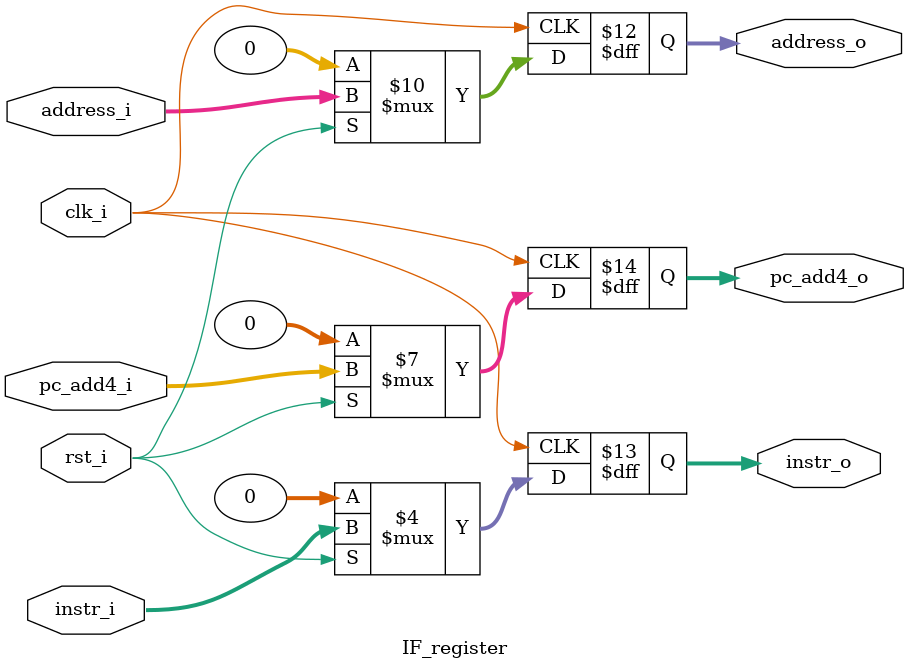
<source format=v>
module IF_register (clk_i, rst_i,address_i, instr_i,pc_add4_i, address_o, instr_o,pc_add4_o);

	input clk_i ;
	input rst_i;
	input [31:0] address_i;
	input [31:0] instr_i;
	input [31:0] pc_add4_i;
	output reg [31:0] address_o;
	output reg [31:0] instr_o;
	output reg [31:0] pc_add4_o;

/* Write your code HERE */

always @(posedge clk_i) begin
	if(~rst_i)begin
		{address_o, instr_o,pc_add4_o}<=0;
	end
	else begin
		address_o<=address_i;
		instr_o<=instr_i;
		pc_add4_o<= pc_add4_i;
	end
end

endmodule

</source>
